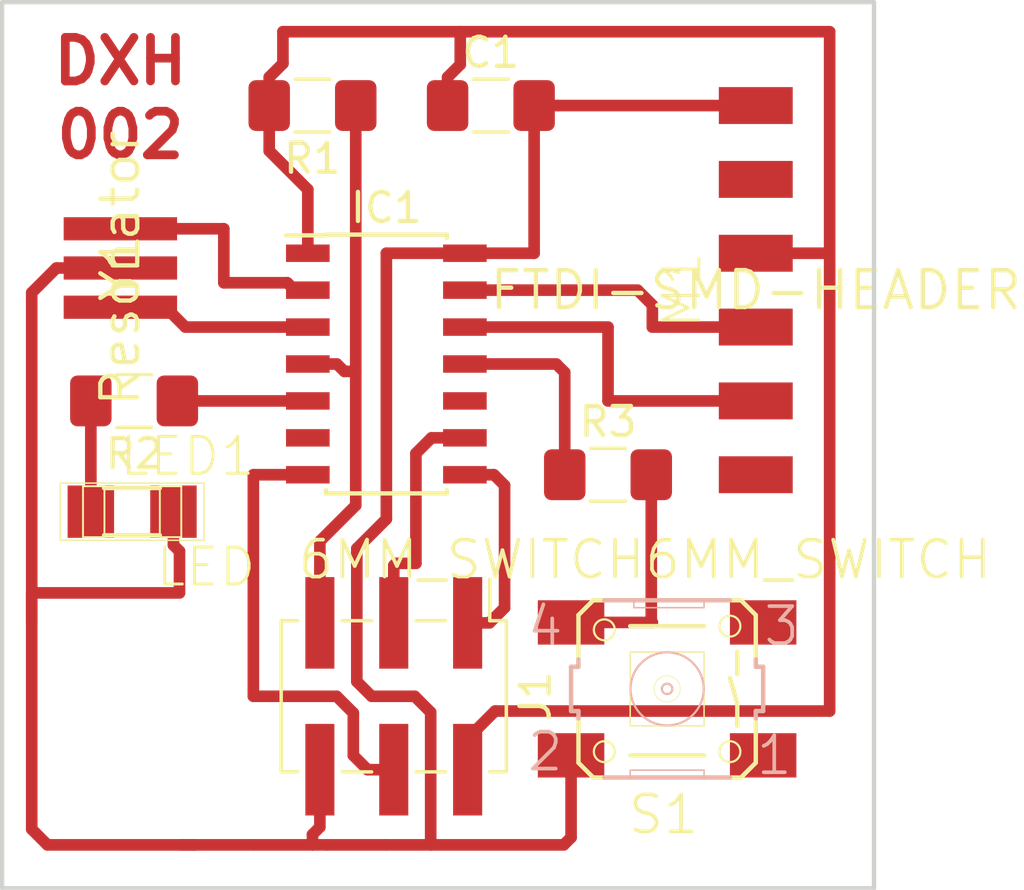
<source format=kicad_pcb>
(kicad_pcb (version 20171130) (host pcbnew "(5.0.0)")

  (general
    (thickness 1.6)
    (drawings 6)
    (tracks 103)
    (zones 0)
    (modules 10)
    (nets 21)
  )

  (page A4)
  (layers
    (0 F.Cu signal)
    (31 B.Cu signal)
    (32 B.Adhes user)
    (33 F.Adhes user)
    (34 B.Paste user)
    (35 F.Paste user)
    (36 B.SilkS user)
    (37 F.SilkS user)
    (38 B.Mask user)
    (39 F.Mask user hide)
    (40 Dwgs.User user)
    (41 Cmts.User user)
    (42 Eco1.User user)
    (43 Eco2.User user)
    (44 Edge.Cuts user)
    (45 Margin user)
    (46 B.CrtYd user)
    (47 F.CrtYd user)
    (48 B.Fab user)
    (49 F.Fab user)
  )

  (setup
    (last_trace_width 0.4)
    (trace_clearance 0.45)
    (zone_clearance 0.508)
    (zone_45_only no)
    (trace_min 0.2)
    (segment_width 0.2)
    (edge_width 0.15)
    (via_size 0.8)
    (via_drill 0.4)
    (via_min_size 0.4)
    (via_min_drill 0.3)
    (uvia_size 0.3)
    (uvia_drill 0.1)
    (uvias_allowed no)
    (uvia_min_size 0.2)
    (uvia_min_drill 0.1)
    (pcb_text_width 0.3)
    (pcb_text_size 1.5 1.5)
    (mod_edge_width 0.15)
    (mod_text_size 1 1)
    (mod_text_width 0.15)
    (pad_size 1.524 1.524)
    (pad_drill 0.762)
    (pad_to_mask_clearance 0.2)
    (aux_axis_origin 0 0)
    (visible_elements 7FFFFFFF)
    (pcbplotparams
      (layerselection 0x010fc_ffffffff)
      (usegerberextensions false)
      (usegerberattributes false)
      (usegerberadvancedattributes false)
      (creategerberjobfile false)
      (excludeedgelayer true)
      (linewidth 0.100000)
      (plotframeref false)
      (viasonmask false)
      (mode 1)
      (useauxorigin false)
      (hpglpennumber 1)
      (hpglpenspeed 20)
      (hpglpendiameter 15.000000)
      (psnegative false)
      (psa4output false)
      (plotreference true)
      (plotvalue true)
      (plotinvisibletext false)
      (padsonsilk false)
      (subtractmaskfromsilk false)
      (outputformat 1)
      (mirror false)
      (drillshape 1)
      (scaleselection 1)
      (outputdirectory "./"))
  )

  (net 0 "")
  (net 1 +5V)
  (net 2 "Net-(IC1-Pad2)")
  (net 3 "Net-(IC1-Pad3)")
  (net 4 "Net-(IC1-Pad4)")
  (net 5 /LED1)
  (net 6 /SWITCH)
  (net 7 /MOSI)
  (net 8 /MISO)
  (net 9 /SCK)
  (net 10 "Net-(IC1-Pad10)")
  (net 11 "Net-(IC1-Pad12)")
  (net 12 "Net-(IC1-Pad13)")
  (net 13 Earth)
  (net 14 "Net-(LED1-Pad1)")
  (net 15 "Net-(M1-Pad2)")
  (net 16 "Net-(M1-Pad6)")
  (net 17 "Net-(S1-Pad1)")
  (net 18 "Net-(S1-Pad3)")
  (net 19 "Net-(IC1-Pad6)")
  (net 20 "Net-(R3-Pad2)")

  (net_class Default "This is the default net class."
    (clearance 0.45)
    (trace_width 0.4)
    (via_dia 0.8)
    (via_drill 0.4)
    (uvia_dia 0.3)
    (uvia_drill 0.1)
    (diff_pair_gap 0.25)
    (diff_pair_width 0.4)
    (add_net +5V)
    (add_net /LED1)
    (add_net /MISO)
    (add_net /MOSI)
    (add_net /SCK)
    (add_net /SWITCH)
    (add_net Earth)
    (add_net "Net-(IC1-Pad10)")
    (add_net "Net-(IC1-Pad12)")
    (add_net "Net-(IC1-Pad13)")
    (add_net "Net-(IC1-Pad2)")
    (add_net "Net-(IC1-Pad3)")
    (add_net "Net-(IC1-Pad4)")
    (add_net "Net-(IC1-Pad6)")
    (add_net "Net-(LED1-Pad1)")
    (add_net "Net-(M1-Pad2)")
    (add_net "Net-(M1-Pad6)")
    (add_net "Net-(R3-Pad2)")
    (add_net "Net-(S1-Pad1)")
    (add_net "Net-(S1-Pad3)")
  )

  (module fab:fab-6MM_SWITCH (layer F.Cu) (tedit 200000) (tstamp 5BC2ACC3)
    (at 62.992 73.406 180)
    (descr "OMRON SWITCH")
    (tags "OMRON SWITCH")
    (path /5BB7076B)
    (attr smd)
    (fp_text reference S1 (at 0.127 -4.318 180) (layer F.SilkS)
      (effects (font (size 1.27 1.27) (thickness 0.127)))
    )
    (fp_text value 6MM_SWITCH6MM_SWITCH (at 0.762 4.445 180) (layer F.SilkS)
      (effects (font (size 1.27 1.27) (thickness 0.127)))
    )
    (fp_line (start 3.302 0.762) (end 3.048 0.762) (layer B.SilkS) (width 0.1524))
    (fp_line (start 3.302 0.762) (end 3.302 -0.762) (layer B.SilkS) (width 0.1524))
    (fp_line (start 3.048 -0.762) (end 3.302 -0.762) (layer B.SilkS) (width 0.1524))
    (fp_line (start 3.048 -1.016) (end 3.048 -2.54) (layer F.SilkS) (width 0.1524))
    (fp_line (start -3.302 -0.762) (end -3.048 -0.762) (layer B.SilkS) (width 0.1524))
    (fp_line (start -3.302 -0.762) (end -3.302 0.762) (layer B.SilkS) (width 0.1524))
    (fp_line (start -3.048 0.762) (end -3.302 0.762) (layer B.SilkS) (width 0.1524))
    (fp_line (start 3.048 -2.54) (end 2.54 -3.048) (layer F.SilkS) (width 0.1524))
    (fp_line (start 2.54 3.048) (end 3.048 2.54) (layer F.SilkS) (width 0.1524))
    (fp_line (start 3.048 2.54) (end 3.048 1.016) (layer F.SilkS) (width 0.1524))
    (fp_line (start -2.54 -3.048) (end -3.048 -2.54) (layer F.SilkS) (width 0.1524))
    (fp_line (start -3.048 -2.54) (end -3.048 -1.016) (layer F.SilkS) (width 0.1524))
    (fp_line (start -2.54 3.048) (end -3.048 2.54) (layer F.SilkS) (width 0.1524))
    (fp_line (start -3.048 2.54) (end -3.048 1.016) (layer F.SilkS) (width 0.1524))
    (fp_line (start -1.27 -1.27) (end -1.27 1.27) (layer F.SilkS) (width 0.0508))
    (fp_line (start 1.27 1.27) (end -1.27 1.27) (layer F.SilkS) (width 0.0508))
    (fp_line (start 1.27 1.27) (end 1.27 -1.27) (layer F.SilkS) (width 0.0508))
    (fp_line (start -1.27 -1.27) (end 1.27 -1.27) (layer F.SilkS) (width 0.0508))
    (fp_line (start -1.27 -3.048) (end -1.27 -2.794) (layer B.SilkS) (width 0.0508))
    (fp_line (start 1.27 -2.794) (end -1.27 -2.794) (layer B.SilkS) (width 0.0508))
    (fp_line (start 1.27 -2.794) (end 1.27 -3.048) (layer B.SilkS) (width 0.0508))
    (fp_line (start 1.143 2.794) (end -1.27 2.794) (layer B.SilkS) (width 0.0508))
    (fp_line (start 1.143 2.794) (end 1.143 3.048) (layer B.SilkS) (width 0.0508))
    (fp_line (start -1.27 2.794) (end -1.27 3.048) (layer B.SilkS) (width 0.0508))
    (fp_line (start 2.54 3.048) (end 2.159 3.048) (layer F.SilkS) (width 0.1524))
    (fp_line (start -2.54 3.048) (end -2.159 3.048) (layer F.SilkS) (width 0.1524))
    (fp_line (start -2.159 3.048) (end -1.27 3.048) (layer B.SilkS) (width 0.1524))
    (fp_line (start -2.54 -3.048) (end -2.159 -3.048) (layer F.SilkS) (width 0.1524))
    (fp_line (start 2.54 -3.048) (end 2.159 -3.048) (layer F.SilkS) (width 0.1524))
    (fp_line (start 2.159 -3.048) (end 1.27 -3.048) (layer B.SilkS) (width 0.1524))
    (fp_line (start 1.27 -3.048) (end -1.27 -3.048) (layer B.SilkS) (width 0.1524))
    (fp_line (start -1.27 -3.048) (end -2.159 -3.048) (layer B.SilkS) (width 0.1524))
    (fp_line (start -1.27 3.048) (end 1.143 3.048) (layer B.SilkS) (width 0.1524))
    (fp_line (start 1.143 3.048) (end 2.159 3.048) (layer B.SilkS) (width 0.1524))
    (fp_line (start 3.048 0.762) (end 3.048 1.016) (layer B.SilkS) (width 0.1524))
    (fp_line (start 3.048 -0.762) (end 3.048 -1.016) (layer B.SilkS) (width 0.1524))
    (fp_line (start -3.048 0.762) (end -3.048 1.016) (layer B.SilkS) (width 0.1524))
    (fp_line (start -3.048 -0.762) (end -3.048 -1.016) (layer B.SilkS) (width 0.1524))
    (fp_line (start -1.27 2.159) (end 1.27 2.159) (layer F.SilkS) (width 0.1524))
    (fp_line (start 1.27 -2.286) (end -1.27 -2.286) (layer F.SilkS) (width 0.1524))
    (fp_line (start -2.413 -1.27) (end -2.413 -0.508) (layer F.SilkS) (width 0.1524))
    (fp_line (start -2.413 0.508) (end -2.413 1.27) (layer F.SilkS) (width 0.1524))
    (fp_line (start -2.413 -0.508) (end -2.159 0.381) (layer F.SilkS) (width 0.1524))
    (fp_circle (center 0 0) (end -0.889 0.889) (layer B.SilkS) (width 0.0762))
    (fp_circle (center -2.159 2.159) (end -2.413 2.413) (layer F.SilkS) (width 0.0762))
    (fp_circle (center 2.159 2.032) (end 2.413 2.286) (layer F.SilkS) (width 0.0762))
    (fp_circle (center 2.159 -2.159) (end 2.413 -2.413) (layer F.SilkS) (width 0.0762))
    (fp_circle (center -2.159 -2.159) (end -2.413 -2.413) (layer F.SilkS) (width 0.0762))
    (fp_circle (center 0 0) (end -0.3175 0.3175) (layer F.SilkS) (width 0.0254))
    (fp_circle (center 0 0) (end -0.127 0.127) (layer B.SilkS) (width 0.0762))
    (fp_text user 1 (at -3.683 -2.286 180) (layer B.SilkS)
      (effects (font (size 1.27 1.27) (thickness 0.127)))
    )
    (fp_text user 2 (at 4.191 -2.159 180) (layer B.SilkS)
      (effects (font (size 1.27 1.27) (thickness 0.127)))
    )
    (fp_text user 3 (at -3.937 2.159 180) (layer B.SilkS)
      (effects (font (size 1.27 1.27) (thickness 0.127)))
    )
    (fp_text user 4 (at 4.191 2.159 180) (layer B.SilkS)
      (effects (font (size 1.27 1.27) (thickness 0.127)))
    )
    (pad 1 smd rect (at -3.302 -2.286 180) (size 2.286 1.524) (layers F.Cu F.Paste F.Mask)
      (net 17 "Net-(S1-Pad1)"))
    (pad 2 smd rect (at 3.302 -2.286 180) (size 2.286 1.524) (layers F.Cu F.Paste F.Mask)
      (net 13 Earth))
    (pad 3 smd rect (at -3.302 2.286 180) (size 2.286 1.524) (layers F.Cu F.Paste F.Mask)
      (net 18 "Net-(S1-Pad3)"))
    (pad 4 smd rect (at 3.302 2.286 180) (size 2.286 1.524) (layers F.Cu F.Paste F.Mask)
      (net 20 "Net-(R3-Pad2)"))
  )

  (module Package_SO:SOIC-14_3.9x8.7mm_P1.27mm (layer F.Cu) (tedit 5A02F2D3) (tstamp 5BB6B2C1)
    (at 53.34 62.23)
    (descr "14-Lead Plastic Small Outline (SL) - Narrow, 3.90 mm Body [SOIC] (see Microchip Packaging Specification 00000049BS.pdf)")
    (tags "SOIC 1.27")
    (path /5BB66B58)
    (attr smd)
    (fp_text reference IC1 (at 0 -5.375) (layer F.SilkS)
      (effects (font (size 1 1) (thickness 0.15)))
    )
    (fp_text value t44 (at 0 5.375) (layer F.Fab)
      (effects (font (size 1 1) (thickness 0.15)))
    )
    (fp_text user %R (at 0 0) (layer F.Fab)
      (effects (font (size 0.9 0.9) (thickness 0.135)))
    )
    (fp_line (start -0.95 -4.35) (end 1.95 -4.35) (layer F.Fab) (width 0.15))
    (fp_line (start 1.95 -4.35) (end 1.95 4.35) (layer F.Fab) (width 0.15))
    (fp_line (start 1.95 4.35) (end -1.95 4.35) (layer F.Fab) (width 0.15))
    (fp_line (start -1.95 4.35) (end -1.95 -3.35) (layer F.Fab) (width 0.15))
    (fp_line (start -1.95 -3.35) (end -0.95 -4.35) (layer F.Fab) (width 0.15))
    (fp_line (start -3.7 -4.65) (end -3.7 4.65) (layer F.CrtYd) (width 0.05))
    (fp_line (start 3.7 -4.65) (end 3.7 4.65) (layer F.CrtYd) (width 0.05))
    (fp_line (start -3.7 -4.65) (end 3.7 -4.65) (layer F.CrtYd) (width 0.05))
    (fp_line (start -3.7 4.65) (end 3.7 4.65) (layer F.CrtYd) (width 0.05))
    (fp_line (start -2.075 -4.45) (end -2.075 -4.425) (layer F.SilkS) (width 0.15))
    (fp_line (start 2.075 -4.45) (end 2.075 -4.335) (layer F.SilkS) (width 0.15))
    (fp_line (start 2.075 4.45) (end 2.075 4.335) (layer F.SilkS) (width 0.15))
    (fp_line (start -2.075 4.45) (end -2.075 4.335) (layer F.SilkS) (width 0.15))
    (fp_line (start -2.075 -4.45) (end 2.075 -4.45) (layer F.SilkS) (width 0.15))
    (fp_line (start -2.075 4.45) (end 2.075 4.45) (layer F.SilkS) (width 0.15))
    (fp_line (start -2.075 -4.425) (end -3.45 -4.425) (layer F.SilkS) (width 0.15))
    (pad 1 smd rect (at -2.7 -3.81) (size 1.5 0.6) (layers F.Cu F.Paste F.Mask)
      (net 1 +5V))
    (pad 2 smd rect (at -2.7 -2.54) (size 1.5 0.6) (layers F.Cu F.Paste F.Mask)
      (net 2 "Net-(IC1-Pad2)"))
    (pad 3 smd rect (at -2.7 -1.27) (size 1.5 0.6) (layers F.Cu F.Paste F.Mask)
      (net 3 "Net-(IC1-Pad3)"))
    (pad 4 smd rect (at -2.7 0) (size 1.5 0.6) (layers F.Cu F.Paste F.Mask)
      (net 4 "Net-(IC1-Pad4)"))
    (pad 5 smd rect (at -2.7 1.27) (size 1.5 0.6) (layers F.Cu F.Paste F.Mask)
      (net 5 /LED1))
    (pad 6 smd rect (at -2.7 2.54) (size 1.5 0.6) (layers F.Cu F.Paste F.Mask)
      (net 19 "Net-(IC1-Pad6)"))
    (pad 7 smd rect (at -2.7 3.81) (size 1.5 0.6) (layers F.Cu F.Paste F.Mask)
      (net 7 /MOSI))
    (pad 8 smd rect (at 2.7 3.81) (size 1.5 0.6) (layers F.Cu F.Paste F.Mask)
      (net 8 /MISO))
    (pad 9 smd rect (at 2.7 2.54) (size 1.5 0.6) (layers F.Cu F.Paste F.Mask)
      (net 9 /SCK))
    (pad 10 smd rect (at 2.7 1.27) (size 1.5 0.6) (layers F.Cu F.Paste F.Mask)
      (net 10 "Net-(IC1-Pad10)"))
    (pad 11 smd rect (at 2.7 0) (size 1.5 0.6) (layers F.Cu F.Paste F.Mask)
      (net 6 /SWITCH))
    (pad 12 smd rect (at 2.7 -1.27) (size 1.5 0.6) (layers F.Cu F.Paste F.Mask)
      (net 11 "Net-(IC1-Pad12)"))
    (pad 13 smd rect (at 2.7 -2.54) (size 1.5 0.6) (layers F.Cu F.Paste F.Mask)
      (net 12 "Net-(IC1-Pad13)"))
    (pad 14 smd rect (at 2.7 -3.81) (size 1.5 0.6) (layers F.Cu F.Paste F.Mask)
      (net 13 Earth))
    (model ${KISYS3DMOD}/Package_SO.3dshapes/SOIC-14_3.9x8.7mm_P1.27mm.wrl
      (at (xyz 0 0 0))
      (scale (xyz 1 1 1))
      (rotate (xyz 0 0 0))
    )
  )

  (module Capacitor_SMD:C_1206_3216Metric_Pad1.42x1.75mm_HandSolder (layer F.Cu) (tedit 5B301BBE) (tstamp 5BC2AC14)
    (at 56.9325 53.34)
    (descr "Capacitor SMD 1206 (3216 Metric), square (rectangular) end terminal, IPC_7351 nominal with elongated pad for handsoldering. (Body size source: http://www.tortai-tech.com/upload/download/2011102023233369053.pdf), generated with kicad-footprint-generator")
    (tags "capacitor handsolder")
    (path /5BB665F6)
    (attr smd)
    (fp_text reference C1 (at 0 -1.82) (layer F.SilkS)
      (effects (font (size 1 1) (thickness 0.15)))
    )
    (fp_text value "1 uF" (at 0 1.82) (layer F.Fab)
      (effects (font (size 1 1) (thickness 0.15)))
    )
    (fp_line (start -1.6 0.8) (end -1.6 -0.8) (layer F.Fab) (width 0.1))
    (fp_line (start -1.6 -0.8) (end 1.6 -0.8) (layer F.Fab) (width 0.1))
    (fp_line (start 1.6 -0.8) (end 1.6 0.8) (layer F.Fab) (width 0.1))
    (fp_line (start 1.6 0.8) (end -1.6 0.8) (layer F.Fab) (width 0.1))
    (fp_line (start -0.602064 -0.91) (end 0.602064 -0.91) (layer F.SilkS) (width 0.12))
    (fp_line (start -0.602064 0.91) (end 0.602064 0.91) (layer F.SilkS) (width 0.12))
    (fp_line (start -2.45 1.12) (end -2.45 -1.12) (layer F.CrtYd) (width 0.05))
    (fp_line (start -2.45 -1.12) (end 2.45 -1.12) (layer F.CrtYd) (width 0.05))
    (fp_line (start 2.45 -1.12) (end 2.45 1.12) (layer F.CrtYd) (width 0.05))
    (fp_line (start 2.45 1.12) (end -2.45 1.12) (layer F.CrtYd) (width 0.05))
    (fp_text user %R (at 0 0) (layer F.Fab)
      (effects (font (size 0.8 0.8) (thickness 0.12)))
    )
    (pad 1 smd roundrect (at -1.4875 0) (size 1.425 1.75) (layers F.Cu F.Paste F.Mask) (roundrect_rratio 0.175439)
      (net 1 +5V))
    (pad 2 smd roundrect (at 1.4875 0) (size 1.425 1.75) (layers F.Cu F.Paste F.Mask) (roundrect_rratio 0.175439)
      (net 13 Earth))
    (model ${KISYS3DMOD}/Capacitor_SMD.3dshapes/C_1206_3216Metric.wrl
      (at (xyz 0 0 0))
      (scale (xyz 1 1 1))
      (rotate (xyz 0 0 0))
    )
  )

  (module Connector_PinHeader_2.54mm:PinHeader_2x03_P2.54mm_Vertical_SMD (layer F.Cu) (tedit 59FED5CC) (tstamp 5BC2AC45)
    (at 53.594 73.66 270)
    (descr "surface-mounted straight pin header, 2x03, 2.54mm pitch, double rows")
    (tags "Surface mounted pin header SMD 2x03 2.54mm double row")
    (path /5BB66480)
    (attr smd)
    (fp_text reference J1 (at 0 -4.87 270) (layer F.SilkS)
      (effects (font (size 1 1) (thickness 0.15)))
    )
    (fp_text value AVR-ISP-6 (at 0 4.87 270) (layer F.Fab)
      (effects (font (size 1 1) (thickness 0.15)))
    )
    (fp_line (start 2.54 3.81) (end -2.54 3.81) (layer F.Fab) (width 0.1))
    (fp_line (start -1.59 -3.81) (end 2.54 -3.81) (layer F.Fab) (width 0.1))
    (fp_line (start -2.54 3.81) (end -2.54 -2.86) (layer F.Fab) (width 0.1))
    (fp_line (start -2.54 -2.86) (end -1.59 -3.81) (layer F.Fab) (width 0.1))
    (fp_line (start 2.54 -3.81) (end 2.54 3.81) (layer F.Fab) (width 0.1))
    (fp_line (start -2.54 -2.86) (end -3.6 -2.86) (layer F.Fab) (width 0.1))
    (fp_line (start -3.6 -2.86) (end -3.6 -2.22) (layer F.Fab) (width 0.1))
    (fp_line (start -3.6 -2.22) (end -2.54 -2.22) (layer F.Fab) (width 0.1))
    (fp_line (start 2.54 -2.86) (end 3.6 -2.86) (layer F.Fab) (width 0.1))
    (fp_line (start 3.6 -2.86) (end 3.6 -2.22) (layer F.Fab) (width 0.1))
    (fp_line (start 3.6 -2.22) (end 2.54 -2.22) (layer F.Fab) (width 0.1))
    (fp_line (start -2.54 -0.32) (end -3.6 -0.32) (layer F.Fab) (width 0.1))
    (fp_line (start -3.6 -0.32) (end -3.6 0.32) (layer F.Fab) (width 0.1))
    (fp_line (start -3.6 0.32) (end -2.54 0.32) (layer F.Fab) (width 0.1))
    (fp_line (start 2.54 -0.32) (end 3.6 -0.32) (layer F.Fab) (width 0.1))
    (fp_line (start 3.6 -0.32) (end 3.6 0.32) (layer F.Fab) (width 0.1))
    (fp_line (start 3.6 0.32) (end 2.54 0.32) (layer F.Fab) (width 0.1))
    (fp_line (start -2.54 2.22) (end -3.6 2.22) (layer F.Fab) (width 0.1))
    (fp_line (start -3.6 2.22) (end -3.6 2.86) (layer F.Fab) (width 0.1))
    (fp_line (start -3.6 2.86) (end -2.54 2.86) (layer F.Fab) (width 0.1))
    (fp_line (start 2.54 2.22) (end 3.6 2.22) (layer F.Fab) (width 0.1))
    (fp_line (start 3.6 2.22) (end 3.6 2.86) (layer F.Fab) (width 0.1))
    (fp_line (start 3.6 2.86) (end 2.54 2.86) (layer F.Fab) (width 0.1))
    (fp_line (start -2.6 -3.87) (end 2.6 -3.87) (layer F.SilkS) (width 0.12))
    (fp_line (start -2.6 3.87) (end 2.6 3.87) (layer F.SilkS) (width 0.12))
    (fp_line (start -4.04 -3.3) (end -2.6 -3.3) (layer F.SilkS) (width 0.12))
    (fp_line (start -2.6 -3.87) (end -2.6 -3.3) (layer F.SilkS) (width 0.12))
    (fp_line (start 2.6 -3.87) (end 2.6 -3.3) (layer F.SilkS) (width 0.12))
    (fp_line (start -2.6 3.3) (end -2.6 3.87) (layer F.SilkS) (width 0.12))
    (fp_line (start 2.6 3.3) (end 2.6 3.87) (layer F.SilkS) (width 0.12))
    (fp_line (start -2.6 -1.78) (end -2.6 -0.76) (layer F.SilkS) (width 0.12))
    (fp_line (start 2.6 -1.78) (end 2.6 -0.76) (layer F.SilkS) (width 0.12))
    (fp_line (start -2.6 0.76) (end -2.6 1.78) (layer F.SilkS) (width 0.12))
    (fp_line (start 2.6 0.76) (end 2.6 1.78) (layer F.SilkS) (width 0.12))
    (fp_line (start -5.9 -4.35) (end -5.9 4.35) (layer F.CrtYd) (width 0.05))
    (fp_line (start -5.9 4.35) (end 5.9 4.35) (layer F.CrtYd) (width 0.05))
    (fp_line (start 5.9 4.35) (end 5.9 -4.35) (layer F.CrtYd) (width 0.05))
    (fp_line (start 5.9 -4.35) (end -5.9 -4.35) (layer F.CrtYd) (width 0.05))
    (fp_text user %R (at 0 0) (layer F.Fab)
      (effects (font (size 1 1) (thickness 0.15)))
    )
    (pad 1 smd rect (at -2.525 -2.54 270) (size 3.15 1) (layers F.Cu F.Paste F.Mask)
      (net 8 /MISO))
    (pad 2 smd rect (at 2.525 -2.54 270) (size 3.15 1) (layers F.Cu F.Paste F.Mask)
      (net 1 +5V))
    (pad 3 smd rect (at -2.525 0 270) (size 3.15 1) (layers F.Cu F.Paste F.Mask)
      (net 9 /SCK))
    (pad 4 smd rect (at 2.525 0 270) (size 3.15 1) (layers F.Cu F.Paste F.Mask)
      (net 7 /MOSI))
    (pad 5 smd rect (at -2.525 2.54 270) (size 3.15 1) (layers F.Cu F.Paste F.Mask)
      (net 4 "Net-(IC1-Pad4)"))
    (pad 6 smd rect (at 2.525 2.54 270) (size 3.15 1) (layers F.Cu F.Paste F.Mask)
      (net 13 Earth))
    (model ${KISYS3DMOD}/Connector_PinHeader_2.54mm.3dshapes/PinHeader_2x03_P2.54mm_Vertical_SMD.wrl
      (at (xyz 0 0 0))
      (scale (xyz 1 1 1))
      (rotate (xyz 0 0 0))
    )
  )

  (module fab:fab-LED1206 (layer F.Cu) (tedit 5BB7D3BE) (tstamp 5BC2AC59)
    (at 44.59986 67.31)
    (descr "LED 1206 PADS (STANDARD PATTERN)")
    (tags "LED 1206 PADS (STANDARD PATTERN)")
    (path /5BB6E9C2)
    (attr smd)
    (fp_text reference LED1 (at 1.905 -1.905) (layer F.SilkS)
      (effects (font (size 1.27 1.27) (thickness 0.1016)))
    )
    (fp_text value LED (at 2.54 1.905) (layer F.SilkS)
      (effects (font (size 1.27 1.27) (thickness 0.1016)))
    )
    (fp_line (start -1.6891 0.8763) (end -0.9525 0.8763) (layer F.SilkS) (width 0.06604))
    (fp_line (start -0.9525 0.8763) (end -0.9525 -0.8763) (layer F.SilkS) (width 0.06604))
    (fp_line (start -1.6891 -0.8763) (end -0.9525 -0.8763) (layer F.SilkS) (width 0.06604))
    (fp_line (start -1.6891 0.8763) (end -1.6891 -0.8763) (layer F.SilkS) (width 0.06604))
    (fp_line (start 0.9525 0.8763) (end 1.6891 0.8763) (layer F.SilkS) (width 0.06604))
    (fp_line (start 1.6891 0.8763) (end 1.6891 -0.8763) (layer F.SilkS) (width 0.06604))
    (fp_line (start 0.9525 -0.8763) (end 1.6891 -0.8763) (layer F.SilkS) (width 0.06604))
    (fp_line (start 0.9525 0.8763) (end 0.9525 -0.8763) (layer F.SilkS) (width 0.06604))
    (fp_line (start 0.9525 0.8128) (end -0.9652 0.8128) (layer F.SilkS) (width 0.1524))
    (fp_line (start 0.9525 -0.8128) (end -0.9652 -0.8128) (layer F.SilkS) (width 0.1524))
    (fp_line (start -2.47142 -0.98298) (end 2.47142 -0.98298) (layer F.SilkS) (width 0.0508))
    (fp_line (start 2.47142 -0.98298) (end 2.47142 0.98298) (layer F.SilkS) (width 0.0508))
    (fp_line (start 2.47142 0.98298) (end -2.47142 0.98298) (layer F.SilkS) (width 0.0508))
    (fp_line (start -2.47142 0.98298) (end -2.47142 -0.98298) (layer F.SilkS) (width 0.0508))
    (pad 1 smd rect (at -1.41986 0) (size 1.59766 1.80086) (layers F.Cu F.Paste F.Mask)
      (net 14 "Net-(LED1-Pad1)"))
    (pad 2 smd rect (at 1.41986 0) (size 1.59766 1.80086) (layers F.Cu F.Paste F.Mask)
      (net 13 Earth))
  )

  (module fab:fab-1X06SMD (layer F.Cu) (tedit 200000) (tstamp 5BC2AC63)
    (at 66.04 59.69)
    (path /5BB6A60E)
    (attr smd)
    (fp_text reference M1 (at -2.54 0 90) (layer F.SilkS)
      (effects (font (size 1.27 1.27) (thickness 0.1016)))
    )
    (fp_text value FTDI-SMD-HEADER (at 0 0) (layer F.SilkS)
      (effects (font (size 1.27 1.27) (thickness 0.15)))
    )
    (pad 1 smd rect (at 0 -6.35) (size 2.54 1.27) (layers F.Cu F.Paste F.Mask)
      (net 13 Earth))
    (pad 2 smd rect (at 0 -3.81) (size 2.54 1.27) (layers F.Cu F.Paste F.Mask)
      (net 15 "Net-(M1-Pad2)"))
    (pad 3 smd rect (at 0 -1.27) (size 2.54 1.27) (layers F.Cu F.Paste F.Mask)
      (net 1 +5V))
    (pad 4 smd rect (at 0 1.27) (size 2.54 1.27) (layers F.Cu F.Paste F.Mask)
      (net 12 "Net-(IC1-Pad13)"))
    (pad 5 smd rect (at 0 3.81) (size 2.54 1.27) (layers F.Cu F.Paste F.Mask)
      (net 11 "Net-(IC1-Pad12)"))
    (pad 6 smd rect (at 0 6.35) (size 2.54 1.27) (layers F.Cu F.Paste F.Mask)
      (net 16 "Net-(M1-Pad6)"))
  )

  (module Resistor_SMD:R_1206_3216Metric_Pad1.42x1.75mm_HandSolder (layer F.Cu) (tedit 5B301BBD) (tstamp 5BC2AC74)
    (at 50.8 53.34 180)
    (descr "Resistor SMD 1206 (3216 Metric), square (rectangular) end terminal, IPC_7351 nominal with elongated pad for handsoldering. (Body size source: http://www.tortai-tech.com/upload/download/2011102023233369053.pdf), generated with kicad-footprint-generator")
    (tags "resistor handsolder")
    (path /5BB652E2)
    (attr smd)
    (fp_text reference R1 (at 0 -1.82 180) (layer F.SilkS)
      (effects (font (size 1 1) (thickness 0.15)))
    )
    (fp_text value 10k (at 0 1.82 180) (layer F.Fab)
      (effects (font (size 1 1) (thickness 0.15)))
    )
    (fp_line (start -1.6 0.8) (end -1.6 -0.8) (layer F.Fab) (width 0.1))
    (fp_line (start -1.6 -0.8) (end 1.6 -0.8) (layer F.Fab) (width 0.1))
    (fp_line (start 1.6 -0.8) (end 1.6 0.8) (layer F.Fab) (width 0.1))
    (fp_line (start 1.6 0.8) (end -1.6 0.8) (layer F.Fab) (width 0.1))
    (fp_line (start -0.602064 -0.91) (end 0.602064 -0.91) (layer F.SilkS) (width 0.12))
    (fp_line (start -0.602064 0.91) (end 0.602064 0.91) (layer F.SilkS) (width 0.12))
    (fp_line (start -2.45 1.12) (end -2.45 -1.12) (layer F.CrtYd) (width 0.05))
    (fp_line (start -2.45 -1.12) (end 2.45 -1.12) (layer F.CrtYd) (width 0.05))
    (fp_line (start 2.45 -1.12) (end 2.45 1.12) (layer F.CrtYd) (width 0.05))
    (fp_line (start 2.45 1.12) (end -2.45 1.12) (layer F.CrtYd) (width 0.05))
    (fp_text user %R (at 0 0 180) (layer F.Fab)
      (effects (font (size 0.8 0.8) (thickness 0.12)))
    )
    (pad 1 smd roundrect (at -1.4875 0 180) (size 1.425 1.75) (layers F.Cu F.Paste F.Mask) (roundrect_rratio 0.175439)
      (net 4 "Net-(IC1-Pad4)"))
    (pad 2 smd roundrect (at 1.4875 0 180) (size 1.425 1.75) (layers F.Cu F.Paste F.Mask) (roundrect_rratio 0.175439)
      (net 1 +5V))
    (model ${KISYS3DMOD}/Resistor_SMD.3dshapes/R_1206_3216Metric.wrl
      (at (xyz 0 0 0))
      (scale (xyz 1 1 1))
      (rotate (xyz 0 0 0))
    )
  )

  (module Resistor_SMD:R_1206_3216Metric_Pad1.42x1.75mm_HandSolder (layer F.Cu) (tedit 5B301BBD) (tstamp 5BC2AC85)
    (at 44.6675 63.5 180)
    (descr "Resistor SMD 1206 (3216 Metric), square (rectangular) end terminal, IPC_7351 nominal with elongated pad for handsoldering. (Body size source: http://www.tortai-tech.com/upload/download/2011102023233369053.pdf), generated with kicad-footprint-generator")
    (tags "resistor handsolder")
    (path /5BB6EA41)
    (attr smd)
    (fp_text reference R2 (at 0 -1.82 180) (layer F.SilkS)
      (effects (font (size 1 1) (thickness 0.15)))
    )
    (fp_text value 100k (at 0 1.82 180) (layer F.Fab)
      (effects (font (size 1 1) (thickness 0.15)))
    )
    (fp_text user %R (at 0 0 180) (layer F.Fab)
      (effects (font (size 0.8 0.8) (thickness 0.12)))
    )
    (fp_line (start 2.45 1.12) (end -2.45 1.12) (layer F.CrtYd) (width 0.05))
    (fp_line (start 2.45 -1.12) (end 2.45 1.12) (layer F.CrtYd) (width 0.05))
    (fp_line (start -2.45 -1.12) (end 2.45 -1.12) (layer F.CrtYd) (width 0.05))
    (fp_line (start -2.45 1.12) (end -2.45 -1.12) (layer F.CrtYd) (width 0.05))
    (fp_line (start -0.602064 0.91) (end 0.602064 0.91) (layer F.SilkS) (width 0.12))
    (fp_line (start -0.602064 -0.91) (end 0.602064 -0.91) (layer F.SilkS) (width 0.12))
    (fp_line (start 1.6 0.8) (end -1.6 0.8) (layer F.Fab) (width 0.1))
    (fp_line (start 1.6 -0.8) (end 1.6 0.8) (layer F.Fab) (width 0.1))
    (fp_line (start -1.6 -0.8) (end 1.6 -0.8) (layer F.Fab) (width 0.1))
    (fp_line (start -1.6 0.8) (end -1.6 -0.8) (layer F.Fab) (width 0.1))
    (pad 2 smd roundrect (at 1.4875 0 180) (size 1.425 1.75) (layers F.Cu F.Paste F.Mask) (roundrect_rratio 0.175439)
      (net 14 "Net-(LED1-Pad1)"))
    (pad 1 smd roundrect (at -1.4875 0 180) (size 1.425 1.75) (layers F.Cu F.Paste F.Mask) (roundrect_rratio 0.175439)
      (net 5 /LED1))
    (model ${KISYS3DMOD}/Resistor_SMD.3dshapes/R_1206_3216Metric.wrl
      (at (xyz 0 0 0))
      (scale (xyz 1 1 1))
      (rotate (xyz 0 0 0))
    )
  )

  (module fab:fab-EFOBM (layer F.Cu) (tedit 200000) (tstamp 5BC2ACCA)
    (at 44.196 58.928 270)
    (path /5BB680EC)
    (attr smd)
    (fp_text reference Y1 (at 0 0 270) (layer F.SilkS)
      (effects (font (size 1.27 1.27) (thickness 0.15)))
    )
    (fp_text value Resonator (at 0 0 270) (layer F.SilkS)
      (effects (font (size 1.27 1.27) (thickness 0.15)))
    )
    (pad 1 smd rect (at -1.34874 0) (size 3.8989 0.79756) (layers F.Cu F.Paste F.Mask)
      (net 2 "Net-(IC1-Pad2)"))
    (pad 2 smd rect (at 0 0 180) (size 3.8989 0.79756) (layers F.Cu F.Paste F.Mask)
      (net 13 Earth))
    (pad 3 smd rect (at 1.34874 0 180) (size 3.8989 0.79756) (layers F.Cu F.Paste F.Mask)
      (net 3 "Net-(IC1-Pad3)"))
  )

  (module Resistor_SMD:R_1206_3216Metric_Pad1.42x1.75mm_HandSolder (layer F.Cu) (tedit 5B301BBD) (tstamp 5BC3EBBF)
    (at 60.96 66.04)
    (descr "Resistor SMD 1206 (3216 Metric), square (rectangular) end terminal, IPC_7351 nominal with elongated pad for handsoldering. (Body size source: http://www.tortai-tech.com/upload/download/2011102023233369053.pdf), generated with kicad-footprint-generator")
    (tags "resistor handsolder")
    (path /5BB8B977)
    (attr smd)
    (fp_text reference R3 (at 0 -1.82) (layer F.SilkS)
      (effects (font (size 1 1) (thickness 0.15)))
    )
    (fp_text value 100k (at 0 1.82) (layer F.Fab)
      (effects (font (size 1 1) (thickness 0.15)))
    )
    (fp_line (start -1.6 0.8) (end -1.6 -0.8) (layer F.Fab) (width 0.1))
    (fp_line (start -1.6 -0.8) (end 1.6 -0.8) (layer F.Fab) (width 0.1))
    (fp_line (start 1.6 -0.8) (end 1.6 0.8) (layer F.Fab) (width 0.1))
    (fp_line (start 1.6 0.8) (end -1.6 0.8) (layer F.Fab) (width 0.1))
    (fp_line (start -0.602064 -0.91) (end 0.602064 -0.91) (layer F.SilkS) (width 0.12))
    (fp_line (start -0.602064 0.91) (end 0.602064 0.91) (layer F.SilkS) (width 0.12))
    (fp_line (start -2.45 1.12) (end -2.45 -1.12) (layer F.CrtYd) (width 0.05))
    (fp_line (start -2.45 -1.12) (end 2.45 -1.12) (layer F.CrtYd) (width 0.05))
    (fp_line (start 2.45 -1.12) (end 2.45 1.12) (layer F.CrtYd) (width 0.05))
    (fp_line (start 2.45 1.12) (end -2.45 1.12) (layer F.CrtYd) (width 0.05))
    (fp_text user %R (at 0 0) (layer F.Fab)
      (effects (font (size 0.8 0.8) (thickness 0.12)))
    )
    (pad 1 smd roundrect (at -1.4875 0) (size 1.425 1.75) (layers F.Cu F.Paste F.Mask) (roundrect_rratio 0.175439)
      (net 6 /SWITCH))
    (pad 2 smd roundrect (at 1.4875 0) (size 1.425 1.75) (layers F.Cu F.Paste F.Mask) (roundrect_rratio 0.175439)
      (net 20 "Net-(R3-Pad2)"))
    (model ${KISYS3DMOD}/Resistor_SMD.3dshapes/R_1206_3216Metric.wrl
      (at (xyz 0 0 0))
      (scale (xyz 1 1 1))
      (rotate (xyz 0 0 0))
    )
  )

  (gr_text 002 (at 44.196 54.356) (layer F.Cu)
    (effects (font (size 1.5 1.5) (thickness 0.3)))
  )
  (gr_line (start 40.132 80.264) (end 40.132 49.784) (layer Edge.Cuts) (width 0.15))
  (gr_line (start 70.104 80.264) (end 40.132 80.264) (layer Edge.Cuts) (width 0.15))
  (gr_line (start 70.104 49.784) (end 70.104 80.264) (layer Edge.Cuts) (width 0.15))
  (gr_line (start 40.132 49.784) (end 70.104 49.784) (layer Edge.Cuts) (width 0.15))
  (gr_text DXH (at 44.196 51.816) (layer F.Cu)
    (effects (font (size 1.5 1.5) (thickness 0.3)))
  )

  (segment (start 55.88 50.8) (end 68.58 50.8) (width 0.4) (layer F.Cu) (net 1))
  (segment (start 55.88 51.93) (end 55.88 50.8) (width 0.4) (layer F.Cu) (net 1))
  (segment (start 68.58 58.42) (end 66.04 58.42) (width 0.4) (layer F.Cu) (net 1))
  (segment (start 55.445 53.34) (end 55.445 52.365) (width 0.4) (layer F.Cu) (net 1))
  (segment (start 68.58 50.8) (end 68.58 58.42) (width 0.4) (layer F.Cu) (net 1))
  (segment (start 55.445 52.365) (end 55.88 51.93) (width 0.4) (layer F.Cu) (net 1))
  (segment (start 49.3125 52.365) (end 49.784 51.8935) (width 0.4) (layer F.Cu) (net 1))
  (segment (start 49.3125 53.34) (end 49.3125 52.365) (width 0.4) (layer F.Cu) (net 1))
  (segment (start 49.784 51.8935) (end 49.784 50.8) (width 0.4) (layer F.Cu) (net 1))
  (segment (start 49.784 50.8) (end 55.88 50.8) (width 0.4) (layer F.Cu) (net 1))
  (segment (start 49.3125 53.34) (end 49.3125 54.9005) (width 0.4) (layer F.Cu) (net 1))
  (segment (start 50.64 56.228) (end 50.64 58.42) (width 0.4) (layer F.Cu) (net 1))
  (segment (start 49.3125 54.9005) (end 50.64 56.228) (width 0.4) (layer F.Cu) (net 1))
  (segment (start 68.58 58.42) (end 68.58 74.168) (width 0.4) (layer F.Cu) (net 1))
  (segment (start 57.076 74.168) (end 56.134 75.11) (width 0.4) (layer F.Cu) (net 1))
  (segment (start 56.134 75.11) (end 56.134 76.185) (width 0.4) (layer F.Cu) (net 1))
  (segment (start 68.58 74.168) (end 57.076 74.168) (width 0.4) (layer F.Cu) (net 1))
  (segment (start 50.19 59.69) (end 49.936 59.436) (width 0.4) (layer F.Cu) (net 2))
  (segment (start 50.64 59.69) (end 50.19 59.69) (width 0.4) (layer F.Cu) (net 2))
  (segment (start 49.936 59.436) (end 47.752 59.436) (width 0.4) (layer F.Cu) (net 2))
  (segment (start 47.752 59.436) (end 47.752 57.57926) (width 0.4) (layer F.Cu) (net 2))
  (segment (start 44.196 57.57926) (end 47.752 57.57926) (width 0.4) (layer F.Cu) (net 2))
  (segment (start 49.64 60.96) (end 50.64 60.96) (width 0.4) (layer F.Cu) (net 3))
  (segment (start 46.42993 60.96) (end 49.64 60.96) (width 0.4) (layer F.Cu) (net 3))
  (segment (start 45.74667 60.27674) (end 46.42993 60.96) (width 0.4) (layer F.Cu) (net 3))
  (segment (start 44.196 60.27674) (end 45.74667 60.27674) (width 0.4) (layer F.Cu) (net 3))
  (segment (start 51.054 68.326) (end 51.054 71.135) (width 0.4) (layer F.Cu) (net 4))
  (segment (start 52.2875 67.0925) (end 51.054 68.326) (width 0.4) (layer F.Cu) (net 4))
  (segment (start 51.894 62.484) (end 52.2875 62.484) (width 0.4) (layer F.Cu) (net 4))
  (segment (start 51.64 62.23) (end 51.894 62.484) (width 0.4) (layer F.Cu) (net 4))
  (segment (start 50.64 62.23) (end 51.64 62.23) (width 0.4) (layer F.Cu) (net 4))
  (segment (start 52.2875 53.34) (end 52.2875 62.484) (width 0.4) (layer F.Cu) (net 4))
  (segment (start 52.2875 62.484) (end 52.2875 67.0925) (width 0.4) (layer F.Cu) (net 4))
  (segment (start 46.155 63.5) (end 50.64 63.5) (width 0.4) (layer F.Cu) (net 5))
  (segment (start 56.04 62.23) (end 59.182 62.23) (width 0.4) (layer F.Cu) (net 6))
  (segment (start 59.4725 62.5205) (end 59.4725 66.04) (width 0.4) (layer F.Cu) (net 6))
  (segment (start 59.182 62.23) (end 59.4725 62.5205) (width 0.4) (layer F.Cu) (net 6))
  (segment (start 48.768 66.04) (end 50.64 66.04) (width 0.4) (layer F.Cu) (net 7))
  (segment (start 51.629905 73.66) (end 48.768 73.66) (width 0.4) (layer F.Cu) (net 7))
  (segment (start 48.768 73.66) (end 48.768 66.04) (width 0.4) (layer F.Cu) (net 7))
  (segment (start 52.204001 74.234096) (end 51.629905 73.66) (width 0.4) (layer F.Cu) (net 7))
  (segment (start 52.204001 75.695001) (end 52.204001 74.234096) (width 0.4) (layer F.Cu) (net 7))
  (segment (start 52.694 76.185) (end 52.204001 75.695001) (width 0.4) (layer F.Cu) (net 7))
  (segment (start 53.594 76.185) (end 52.694 76.185) (width 0.4) (layer F.Cu) (net 7))
  (segment (start 57.04 66.04) (end 56.04 66.04) (width 0.4) (layer F.Cu) (net 8))
  (segment (start 57.404 66.404) (end 57.04 66.04) (width 0.4) (layer F.Cu) (net 8))
  (segment (start 57.404 70.615) (end 57.404 66.404) (width 0.4) (layer F.Cu) (net 8))
  (segment (start 56.884 71.135) (end 57.404 70.615) (width 0.4) (layer F.Cu) (net 8))
  (segment (start 56.134 71.135) (end 56.884 71.135) (width 0.4) (layer F.Cu) (net 8))
  (segment (start 54.89 64.77) (end 54.356 65.304) (width 0.4) (layer F.Cu) (net 9))
  (segment (start 56.04 64.77) (end 54.89 64.77) (width 0.4) (layer F.Cu) (net 9))
  (segment (start 53.666 69.088) (end 54.356 69.088) (width 0.4) (layer F.Cu) (net 9))
  (segment (start 53.594 69.16) (end 53.666 69.088) (width 0.4) (layer F.Cu) (net 9))
  (segment (start 54.356 65.304) (end 54.356 69.088) (width 0.4) (layer F.Cu) (net 9))
  (segment (start 53.594 71.135) (end 53.594 69.16) (width 0.4) (layer F.Cu) (net 9))
  (segment (start 56.04 60.96) (end 60.96 60.96) (width 0.4) (layer F.Cu) (net 11))
  (segment (start 60.96 60.96) (end 60.96 63.5) (width 0.4) (layer F.Cu) (net 11))
  (segment (start 60.96 63.5) (end 66.04 63.5) (width 0.4) (layer F.Cu) (net 11))
  (segment (start 61.976 59.69) (end 56.04 59.69) (width 0.4) (layer F.Cu) (net 12))
  (segment (start 62.484 60.198) (end 61.976 59.69) (width 0.4) (layer F.Cu) (net 12))
  (segment (start 62.484 60.96) (end 62.484 60.198) (width 0.4) (layer F.Cu) (net 12))
  (segment (start 66.04 60.96) (end 62.484 60.96) (width 0.4) (layer F.Cu) (net 12))
  (segment (start 59.2325 53.34) (end 66.04 53.34) (width 0.4) (layer F.Cu) (net 13))
  (segment (start 58.42 53.34) (end 59.2325 53.34) (width 0.4) (layer F.Cu) (net 13))
  (segment (start 58.42 53.34) (end 58.42 58.42) (width 0.4) (layer F.Cu) (net 13))
  (segment (start 41.148 78.232) (end 41.688 78.772) (width 0.4) (layer F.Cu) (net 13))
  (segment (start 48.768 78.772) (end 46.736 78.772) (width 0.4) (layer F.Cu) (net 13))
  (segment (start 41.688 78.772) (end 46.736 78.772) (width 0.4) (layer F.Cu) (net 13))
  (segment (start 46.736 78.772) (end 46.26 78.772) (width 0.4) (layer F.Cu) (net 13))
  (segment (start 44.196 58.928) (end 41.99655 58.928) (width 0.4) (layer F.Cu) (net 13))
  (segment (start 41.148 59.77655) (end 41.148 71.12) (width 0.4) (layer F.Cu) (net 13))
  (segment (start 41.99655 58.928) (end 41.148 59.77655) (width 0.4) (layer F.Cu) (net 13))
  (segment (start 41.148 71.12) (end 41.148 78.232) (width 0.4) (layer F.Cu) (net 13))
  (segment (start 51.054 76.185) (end 51.054 75.11) (width 0.4) (layer F.Cu) (net 13))
  (segment (start 41.148 71.12) (end 41.148 70.104) (width 0.4) (layer F.Cu) (net 13))
  (segment (start 41.148 70.104) (end 46.228 70.104) (width 0.4) (layer F.Cu) (net 13))
  (segment (start 46.01972 68.46043) (end 46.228 68.66871) (width 0.4) (layer F.Cu) (net 13))
  (segment (start 46.01972 67.31) (end 46.01972 68.46043) (width 0.4) (layer F.Cu) (net 13))
  (segment (start 46.228 68.66871) (end 46.228 70.104) (width 0.4) (layer F.Cu) (net 13))
  (segment (start 59.69 78.518) (end 59.436 78.772) (width 0.4) (layer F.Cu) (net 13))
  (segment (start 59.69 75.692) (end 59.69 78.518) (width 0.4) (layer F.Cu) (net 13))
  (segment (start 51.308 78.772) (end 53.34 78.772) (width 0.4) (layer F.Cu) (net 13))
  (segment (start 54.864 78.772) (end 59.436 78.772) (width 0.4) (layer F.Cu) (net 13))
  (segment (start 53.34 78.772) (end 54.864 78.772) (width 0.4) (layer F.Cu) (net 13))
  (segment (start 56.04 58.42) (end 58.42 58.42) (width 0.4) (layer F.Cu) (net 13))
  (segment (start 50.8 78.414) (end 50.8 78.772) (width 0.4) (layer F.Cu) (net 13))
  (segment (start 51.054 78.16) (end 50.8 78.414) (width 0.4) (layer F.Cu) (net 13))
  (segment (start 51.054 76.185) (end 51.054 78.16) (width 0.4) (layer F.Cu) (net 13))
  (segment (start 48.768 78.772) (end 50.8 78.772) (width 0.4) (layer F.Cu) (net 13))
  (segment (start 50.8 78.772) (end 51.308 78.772) (width 0.4) (layer F.Cu) (net 13))
  (segment (start 53.34 58.42) (end 56.04 58.42) (width 0.4) (layer F.Cu) (net 13))
  (segment (start 53.34 67.564) (end 53.34 58.42) (width 0.4) (layer F.Cu) (net 13))
  (segment (start 54.864 78.772) (end 54.864 74.209998) (width 0.4) (layer F.Cu) (net 13))
  (segment (start 54.314002 73.66) (end 52.832 73.66) (width 0.4) (layer F.Cu) (net 13))
  (segment (start 52.832 73.66) (end 52.324 73.152) (width 0.4) (layer F.Cu) (net 13))
  (segment (start 54.864 74.209998) (end 54.314002 73.66) (width 0.4) (layer F.Cu) (net 13))
  (segment (start 52.324 73.152) (end 52.324 68.58) (width 0.4) (layer F.Cu) (net 13))
  (segment (start 52.324 68.58) (end 53.34 67.564) (width 0.4) (layer F.Cu) (net 13))
  (segment (start 43.18 66.15957) (end 43.18 63.5) (width 0.4) (layer F.Cu) (net 14))
  (segment (start 43.18 67.31) (end 43.18 66.15957) (width 0.4) (layer F.Cu) (net 14))
  (segment (start 59.69 71.12) (end 62.484 71.12) (width 0.4) (layer F.Cu) (net 20))
  (segment (start 62.4475 71.0835) (end 62.4475 66.04) (width 0.4) (layer F.Cu) (net 20))
  (segment (start 62.484 71.12) (end 62.4475 71.0835) (width 0.4) (layer F.Cu) (net 20))

)

</source>
